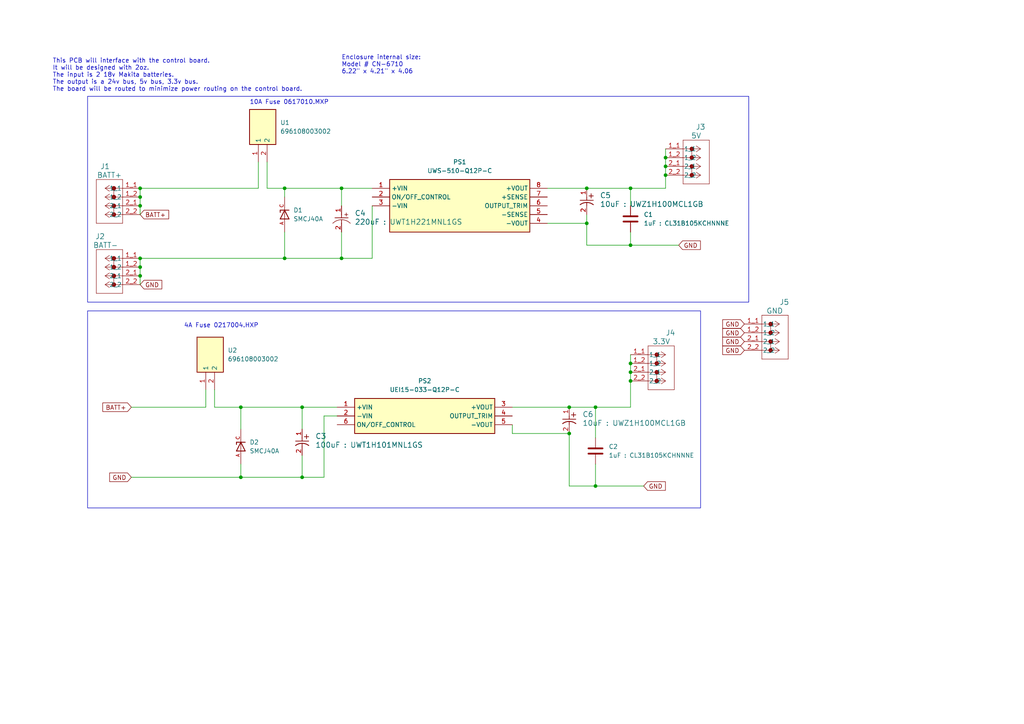
<source format=kicad_sch>
(kicad_sch (version 20230121) (generator eeschema)
  (paper "A4")
  (lib_symbols
    (symbol "2604-1102:2604-1102" (pin_names (offset 0.254))
      (property "Reference" "J" (at 8.89 6.35 0))
      (property "Value" "2604-1102" (at 0 0 0))
      (symbol "2604-1102_0_1"
        (polyline (pts (xy 5.08 -10.16) (xy 12.7 -10.16)) (stroke (width 0.127)))
        (polyline (pts (xy 5.08 2.54) (xy 5.08 -10.16)) (stroke (width 0.127)))
        (polyline (pts (xy 7.62 -5.08) (xy 7.62 -7.62)) (stroke (width 0.127)))
        (polyline (pts (xy 7.62 0) (xy 7.62 -2.54)) (stroke (width 0.127)))
        (polyline (pts (xy 10.16 -7.62) (xy 5.08 -7.62)) (stroke (width 0.127)))
        (polyline (pts (xy 10.16 -7.62) (xy 8.89 -8.4667)) (stroke (width 0.127)))
        (polyline (pts (xy 10.16 -7.62) (xy 8.89 -6.7733)) (stroke (width 0.127)))
        (polyline (pts (xy 10.16 -5.08) (xy 5.08 -5.08)) (stroke (width 0.127)))
        (polyline (pts (xy 10.16 -5.08) (xy 8.89 -5.9267)) (stroke (width 0.127)))
        (polyline (pts (xy 10.16 -5.08) (xy 8.89 -4.2333)) (stroke (width 0.127)))
        (polyline (pts (xy 10.16 -2.54) (xy 5.08 -2.54)) (stroke (width 0.127)))
        (polyline (pts (xy 10.16 -2.54) (xy 8.89 -3.3867)) (stroke (width 0.127)))
        (polyline (pts (xy 10.16 -2.54) (xy 8.89 -1.6933)) (stroke (width 0.127)))
        (polyline (pts (xy 10.16 0) (xy 5.08 0)) (stroke (width 0.127)))
        (polyline (pts (xy 10.16 0) (xy 8.89 -0.8467)) (stroke (width 0.127)))
        (polyline (pts (xy 10.16 0) (xy 8.89 0.8467)) (stroke (width 0.127)))
        (polyline (pts (xy 12.7 -10.16) (xy 12.7 2.54)) (stroke (width 0.127)))
        (polyline (pts (xy 12.7 2.54) (xy 5.08 2.54)) (stroke (width 0.127)))
        (circle (center 7.62 -7.62) (radius 0.127) (stroke (width 0.508)))
        (circle (center 7.62 -5.08) (radius 0.127) (stroke (width 0.508)))
        (circle (center 7.62 -2.54) (radius 0.127) (stroke (width 0.508)))
        (circle (center 7.62 0) (radius 0.127) (stroke (width 0.508)))
        (pin unspecified line (at 0 0 0) (length 5.08) (name "1_1") (number "1_1"))
        (pin unspecified line (at 0 -2.54 0) (length 5.08) (name "1_2") (number "1_2"))
        (pin unspecified line (at 0 -5.08 0) (length 5.08) (name "2_1") (number "2_1"))
        (pin unspecified line (at 0 -7.62 0) (length 5.08) (name "2_2") (number "2_2"))
      )
    )
    (symbol "696108003002:696108003002"
      (property "Reference" "U" (at 16.51 7.62 0))
      (property "Value" "696108003002" (at 16.51 5.08 0))
      (symbol "696108003002_1_1"
        (rectangle (start 5.08 2.54) (end 15.24 -5.08) (stroke (width 0.254)) (fill (type background)))
        (pin passive line (at 0 0 0) (length 5.08) (name "1") (number "1"))
        (pin passive line (at 0 -2.54 0) (length 5.08) (name "2") (number "2"))
      )
    )
    (symbol "Device:C" (pin_numbers hide) (pin_names (offset 0.254))
      (property "Reference" "C" (at 0.635 2.54 0))
      (property "Value" "C" (at 0.635 -2.54 0))
      (symbol "C_0_1"
        (polyline (pts (xy -2.032 -0.762) (xy 2.032 -0.762)) (stroke (width 0.508)))
        (polyline (pts (xy -2.032 0.762) (xy 2.032 0.762)) (stroke (width 0.508)))
      )
      (symbol "C_1_1"
        (pin passive line (at 0 3.81 270) (length 2.794) (name "~") (number "1"))
        (pin passive line (at 0 -3.81 90) (length 2.794) (name "~") (number "2"))
      )
    )
    (symbol "SMCJ40A:SMCJ40A" (pin_names (offset 1.016))
      (property "Reference" "D" (at -5.08 2.413 0))
      (property "Value" "SMCJ40A" (at -5.08 -4.953 0))
      (symbol "SMCJ40A_0_0"
        (polyline (pts (xy -1.27 -1.27) (xy -1.27 0)) (stroke (width 0.254)))
        (polyline (pts (xy -1.27 0) (xy -1.27 1.27)) (stroke (width 0.254)))
        (polyline (pts (xy -1.27 0) (xy 1.27 -1.27)) (stroke (width 0.254)))
        (polyline (pts (xy -0.635 -1.27) (xy -1.27 -1.27)) (stroke (width 0.254)))
        (polyline (pts (xy 1.27 -1.27) (xy 1.27 1.27)) (stroke (width 0.254)))
        (polyline (pts (xy 1.27 1.27) (xy -1.27 0)) (stroke (width 0.254)))
        (pin passive line (at 5.08 0 180) (length 5.08) (name "~") (number "A"))
        (pin passive line (at -5.08 0 0) (length 5.08) (name "~") (number "C"))
      )
    )
    (symbol "UEI15-033-Q12P-C:UEI15-033-Q12P-C"
      (property "Reference" "PS" (at 46.99 7.62 0))
      (property "Value" "UEI15-033-Q12P-C" (at 46.99 5.08 0))
      (symbol "UEI15-033-Q12P-C_1_1"
        (rectangle (start 5.08 2.54) (end 45.72 -7.62) (stroke (width 0.254)) (fill (type background)))
        (pin passive line (at 50.8 0 180) (length 5.08) (name "+VIN") (number "1"))
        (pin passive line (at 50.8 -2.54 180) (length 5.08) (name "-VIN") (number "2"))
        (pin passive line (at 0 0 0) (length 5.08) (name "+VOUT") (number "3"))
        (pin passive line (at 0 -2.54 0) (length 5.08) (name "OUTPUT_TRIM") (number "4"))
        (pin passive line (at 0 -5.08 0) (length 5.08) (name "-VOUT") (number "5"))
        (pin passive line (at 50.8 -5.08 180) (length 5.08) (name "ON/OFF_CONTROL") (number "6"))
      )
    )
    (symbol "UWS-510-Q12P-C:UWS-15_3-Q12P-C"
      (property "Reference" "PS" (at 46.99 7.62 0))
      (property "Value" "UWS-15_3-Q12P-C" (at 46.99 5.08 0))
      (symbol "UWS-15_3-Q12P-C_1_1"
        (rectangle (start 5.08 2.54) (end 45.72 -12.7) (stroke (width 0.254)) (fill (type background)))
        (pin passive line (at 0 0 0) (length 5.08) (name "+VIN") (number "1"))
        (pin passive line (at 0 -2.54 0) (length 5.08) (name "ON/OFF_CONTROL") (number "2"))
        (pin passive line (at 0 -5.08 0) (length 5.08) (name "-VIN") (number "3"))
        (pin passive line (at 50.8 -10.16 180) (length 5.08) (name "-VOUT") (number "4"))
        (pin passive line (at 50.8 -7.62 180) (length 5.08) (name "-SENSE") (number "5"))
        (pin passive line (at 50.8 -5.08 180) (length 5.08) (name "OUTPUT_TRIM") (number "6"))
        (pin passive line (at 50.8 -2.54 180) (length 5.08) (name "+SENSE") (number "7"))
        (pin passive line (at 50.8 0 180) (length 5.08) (name "+VOUT") (number "8"))
      )
    )
    (symbol "UWT1H101MNL1GS:UWT1H101MNL1GS" (pin_names (offset 0.254))
      (property "Reference" "C" (at 3.81 3.81 0))
      (property "Value" "UWT1H101MNL1GS" (at 3.81 -3.81 0))
      (symbol "UWT1H101MNL1GS_1_1"
        (polyline (pts (xy 1.5748 1.27) (xy 2.8448 1.27)) (stroke (width 0.2032)))
        (polyline (pts (xy 2.2098 0.635) (xy 2.2098 1.905)) (stroke (width 0.2032)))
        (polyline (pts (xy 2.54 0) (xy 3.4798 0)) (stroke (width 0.2032)))
        (polyline (pts (xy 3.4798 -1.905) (xy 3.4798 1.905)) (stroke (width 0.2032)))
        (polyline (pts (xy 4.1148 0) (xy 5.08 0)) (stroke (width 0.2032)))
        (arc (start 4.7541 1.9108) (mid 4.1148 0) (end 4.7541 -1.9108) (stroke (width 0.254)))
        (pin unspecified line (at 0 0 0) (length 2.54) (name "") (number "1"))
        (pin unspecified line (at 7.62 0 180) (length 2.54) (name "") (number "2"))
      )
      (symbol "UWT1H101MNL1GS_1_2"
        (polyline (pts (xy -1.905 -3.4798) (xy 1.905 -3.4798)) (stroke (width 0.2032)))
        (polyline (pts (xy 0 -4.1148) (xy 0 -5.08)) (stroke (width 0.2032)))
        (polyline (pts (xy 0 -2.54) (xy 0 -3.4798)) (stroke (width 0.2032)))
        (polyline (pts (xy 0.635 -2.2098) (xy 1.905 -2.2098)) (stroke (width 0.2032)))
        (polyline (pts (xy 1.27 -1.5748) (xy 1.27 -2.8448)) (stroke (width 0.2032)))
        (arc (start 1.9108 -4.7541) (mid 0 -4.1148) (end -1.9108 -4.7541) (stroke (width 0.254)))
        (pin unspecified line (at 0 -7.62 90) (length 2.54) (name "") (number "1"))
        (pin unspecified line (at 0 0 270) (length 2.54) (name "") (number "2"))
      )
    )
    (symbol "UWT1H221MNL1GS:UWT1H221MNL1GS" (pin_names (offset 0.254))
      (property "Reference" "C" (at 3.81 3.81 0))
      (property "Value" "UWT1H221MNL1GS" (at 3.81 -3.81 0))
      (symbol "UWT1H221MNL1GS_0_1"
        (arc (start 5.08 2.54) (mid 4.0305 0) (end 5.08 -2.54))
      )
      (symbol "UWT1H221MNL1GS_1_1"
        (polyline (pts (xy 2.54 0) (xy 3.4798 0)) (stroke (width 0.2032)))
        (polyline (pts (xy 3.4798 -1.905) (xy 3.4798 1.905)) (stroke (width 0.2032)))
        (polyline (pts (xy 4.1148 0) (xy 5.08 0)) (stroke (width 0.2032)))
        (text "+" (at 2.54 1.27 0) (effects (font (size 1.27 1.27))))
        (pin unspecified line (at 0 0 0) (length 2.54) (name "") (number "1"))
        (pin unspecified line (at 7.62 0 180) (length 2.54) (name "") (number "2"))
      )
      (symbol "UWT1H221MNL1GS_1_2"
        (polyline (pts (xy -1.905 -4.1148) (xy 1.905 -4.1148)) (stroke (width 0.2032)))
        (polyline (pts (xy -1.905 -3.4798) (xy 1.905 -3.4798)) (stroke (width 0.2032)))
        (polyline (pts (xy 0 -4.1148) (xy 0 -5.08)) (stroke (width 0.2032)))
        (polyline (pts (xy 0 -2.54) (xy 0 -3.4798)) (stroke (width 0.2032)))
        (pin unspecified line (at 0 0 270) (length 2.54) (name "") (number "1"))
        (pin unspecified line (at 0 -7.62 90) (length 2.54) (name "") (number "2"))
      )
    )
    (symbol "UWZ1H100MCL1GB:UWZ1H100MCL1GB" (pin_names (offset 0.254))
      (property "Reference" "C" (at 3.81 3.81 0))
      (property "Value" "UWZ1H100MCL1GB" (at 3.81 -3.81 0))
      (symbol "UWZ1H100MCL1GB_1_1"
        (polyline (pts (xy 1.5748 1.27) (xy 2.8448 1.27)) (stroke (width 0.2032)))
        (polyline (pts (xy 2.2098 0.635) (xy 2.2098 1.905)) (stroke (width 0.2032)))
        (polyline (pts (xy 2.54 0) (xy 3.4798 0)) (stroke (width 0.2032)))
        (polyline (pts (xy 3.4798 -1.905) (xy 3.4798 1.905)) (stroke (width 0.2032)))
        (polyline (pts (xy 4.1148 0) (xy 5.08 0)) (stroke (width 0.2032)))
        (arc (start 4.7541 1.9108) (mid 4.1148 0) (end 4.7541 -1.9108) (stroke (width 0.254)))
        (pin unspecified line (at 0 0 0) (length 2.54) (name "") (number "1"))
        (pin unspecified line (at 7.62 0 180) (length 2.54) (name "") (number "2"))
      )
      (symbol "UWZ1H100MCL1GB_1_2"
        (polyline (pts (xy -1.905 -3.4798) (xy 1.905 -3.4798)) (stroke (width 0.2032)))
        (polyline (pts (xy 0 -4.1148) (xy 0 -5.08)) (stroke (width 0.2032)))
        (polyline (pts (xy 0 -2.54) (xy 0 -3.4798)) (stroke (width 0.2032)))
        (polyline (pts (xy 0.635 -2.2098) (xy 1.905 -2.2098)) (stroke (width 0.2032)))
        (polyline (pts (xy 1.27 -1.5748) (xy 1.27 -2.8448)) (stroke (width 0.2032)))
        (arc (start 1.9108 -4.7541) (mid 0 -4.1148) (end -1.9108 -4.7541) (stroke (width 0.254)))
        (pin unspecified line (at 0 -7.62 90) (length 2.54) (name "") (number "1"))
        (pin unspecified line (at 0 0 270) (length 2.54) (name "") (number "2"))
      )
    )
  )
  (junction (at 193.04 48.26))
  (junction (at 40.64 77.47))
  (junction (at 193.04 50.8))
  (junction (at 40.64 74.93))
  (junction (at 182.88 107.95))
  (junction (at 99.06 54.61))
  (junction (at 182.88 110.49))
  (junction (at 165.1 118.11))
  (junction (at 172.72 140.97))
  (junction (at 165.1 125.73))
  (junction (at 69.85 118.11))
  (junction (at 82.55 74.93))
  (junction (at 40.64 80.01))
  (junction (at 40.64 59.69))
  (junction (at 182.88 71.12))
  (junction (at 87.63 118.11))
  (junction (at 69.85 138.43))
  (junction (at 193.04 45.72))
  (junction (at 172.72 118.11))
  (junction (at 82.55 54.61))
  (junction (at 182.88 105.41))
  (junction (at 170.18 54.61))
  (junction (at 99.06 74.93))
  (junction (at 182.88 54.61))
  (junction (at 40.64 54.61))
  (junction (at 40.64 57.15))
  (junction (at 87.63 138.43))
  (junction (at 170.18 64.77))
  (wire (pts (xy 170.18 71.12) (xy 170.18 64.77)))
  (wire (pts (xy 69.85 138.43) (xy 69.85 134.62)))
  (wire (pts (xy 158.75 54.61) (xy 170.18 54.61)))
  (wire (pts (xy 87.63 118.11) (xy 97.79 118.11)))
  (wire (pts (xy 148.59 125.73) (xy 148.59 123.19)))
  (wire (pts (xy 77.47 54.61) (xy 82.55 54.61)))
  (wire (pts (xy 99.06 54.61) (xy 107.95 54.61)))
  (wire (pts (xy 172.72 140.97) (xy 172.72 134.62)))
  (wire (pts (xy 97.79 120.65) (xy 93.98 120.65)))
  (wire (pts (xy 82.55 54.61) (xy 99.06 54.61)))
  (wire (pts (xy 40.64 59.69) (xy 40.64 62.23)))
  (wire (pts (xy 172.72 127) (xy 172.72 118.11)))
  (wire (pts (xy 69.85 118.11) (xy 87.63 118.11)))
  (wire (pts (xy 148.59 118.11) (xy 165.1 118.11)))
  (wire (pts (xy 165.1 140.97) (xy 165.1 125.73)))
  (wire (pts (xy 182.88 71.12) (xy 170.18 71.12)))
  (wire (pts (xy 38.1 118.11) (xy 59.69 118.11)))
  (wire (pts (xy 69.85 118.11) (xy 69.85 124.46)))
  (wire (pts (xy 193.04 54.61) (xy 182.88 54.61)))
  (wire (pts (xy 38.1 138.43) (xy 69.85 138.43)))
  (wire (pts (xy 87.63 132.08) (xy 87.63 138.43)))
  (wire (pts (xy 62.23 113.03) (xy 62.23 118.11)))
  (wire (pts (xy 182.88 107.95) (xy 182.88 110.49)))
  (wire (pts (xy 182.88 59.69) (xy 182.88 54.61)))
  (wire (pts (xy 93.98 120.65) (xy 93.98 138.43)))
  (wire (pts (xy 82.55 74.93) (xy 40.64 74.93)))
  (wire (pts (xy 196.85 71.12) (xy 182.88 71.12)))
  (wire (pts (xy 59.69 118.11) (xy 59.69 113.03)))
  (wire (pts (xy 193.04 45.72) (xy 193.04 48.26)))
  (wire (pts (xy 40.64 77.47) (xy 40.64 80.01)))
  (wire (pts (xy 172.72 140.97) (xy 165.1 140.97)))
  (wire (pts (xy 82.55 67.31) (xy 82.55 74.93)))
  (wire (pts (xy 193.04 50.8) (xy 193.04 54.61)))
  (wire (pts (xy 77.47 46.99) (xy 77.47 54.61)))
  (wire (pts (xy 82.55 54.61) (xy 82.55 57.15)))
  (wire (pts (xy 170.18 54.61) (xy 182.88 54.61)))
  (wire (pts (xy 74.93 46.99) (xy 74.93 54.61)))
  (wire (pts (xy 93.98 138.43) (xy 87.63 138.43)))
  (wire (pts (xy 193.04 48.26) (xy 193.04 50.8)))
  (wire (pts (xy 99.06 67.31) (xy 99.06 74.93)))
  (wire (pts (xy 62.23 118.11) (xy 69.85 118.11)))
  (wire (pts (xy 107.95 59.69) (xy 107.95 74.93)))
  (wire (pts (xy 182.88 105.41) (xy 182.88 107.95)))
  (wire (pts (xy 182.88 110.49) (xy 182.88 118.11)))
  (wire (pts (xy 172.72 118.11) (xy 165.1 118.11)))
  (wire (pts (xy 40.64 54.61) (xy 40.64 57.15)))
  (wire (pts (xy 87.63 138.43) (xy 69.85 138.43)))
  (wire (pts (xy 158.75 64.77) (xy 170.18 64.77)))
  (wire (pts (xy 40.64 57.15) (xy 40.64 59.69)))
  (wire (pts (xy 182.88 118.11) (xy 172.72 118.11)))
  (wire (pts (xy 182.88 102.87) (xy 182.88 105.41)))
  (wire (pts (xy 40.64 80.01) (xy 40.64 82.55)))
  (wire (pts (xy 87.63 118.11) (xy 87.63 124.46)))
  (wire (pts (xy 148.59 125.73) (xy 165.1 125.73)))
  (wire (pts (xy 74.93 54.61) (xy 40.64 54.61)))
  (wire (pts (xy 99.06 74.93) (xy 82.55 74.93)))
  (wire (pts (xy 107.95 74.93) (xy 99.06 74.93)))
  (wire (pts (xy 99.06 54.61) (xy 99.06 59.69)))
  (wire (pts (xy 193.04 43.18) (xy 193.04 45.72)))
  (wire (pts (xy 170.18 64.77) (xy 170.18 62.23)))
  (wire (pts (xy 182.88 71.12) (xy 182.88 67.31)))
  (wire (pts (xy 172.72 140.97) (xy 186.69 140.97)))
  (wire (pts (xy 40.64 74.93) (xy 40.64 77.47)))
  (rectangle (start 25.4 90.17) (end 203.2 147.32))
  (rectangle (start 25.4 27.94) (end 217.17 87.63))
  (text "Enclosure internal size:\nModel # CN-6710\n6.22\" x 4.21\" x 4.06" (at 99.06 21.59 0) (effects (font (size 1.27 1.27)) (justify left bottom)))
  (text "4A Fuse 0217004.HXP" (at 53.34 95.25 0) (effects (font (size 1.27 1.27)) (justify left bottom)))
  (text "This PCB will interface with the control board. \nIt will be designed with 2oz. \nThe input is 2 18v Makita batteries. \nThe output is a 24v bus, 5v bus, 3.3v bus.\nThe board will be routed to minimize power routing on the control board." (at 15.24 26.67 0) (effects (font (size 1.27 1.27)) (justify left bottom)))
  (text "10A Fuse 0617010.MXP" (at 72.39 30.48 0) (effects (font (size 1.27 1.27)) (justify left bottom)))
  (global_label "GND" (shape input) (at 215.9 101.6 180) (property "Intersheetrefs" "${INTERSHEET_REFS}" (effects hide)))
  (global_label "GND" (shape input) (at 186.69 140.97 0) (property "Intersheetrefs" "${INTERSHEET_REFS}" (effects hide)))
  (global_label "GND" (shape input) (at 215.9 96.52 180) (property "Intersheetrefs" "${INTERSHEET_REFS}" (effects hide)))
  (global_label "BATT+" (shape input) (at 40.64 62.23 0) (property "Intersheetrefs" "${INTERSHEET_REFS}" (effects hide)))
  (global_label "GND" (shape input) (at 40.64 82.55 0) (property "Intersheetrefs" "${INTERSHEET_REFS}" (effects hide)))
  (global_label "GND" (shape input) (at 196.85 71.12 0) (property "Intersheetrefs" "${INTERSHEET_REFS}" (effects hide)))
  (global_label "GND" (shape input) (at 38.1 138.43 180) (property "Intersheetrefs" "${INTERSHEET_REFS}" (effects hide)))
  (global_label "BATT+" (shape input) (at 38.1 118.11 180) (property "Intersheetrefs" "${INTERSHEET_REFS}" (effects hide)))
  (global_label "GND" (shape input) (at 215.9 93.98 180) (property "Intersheetrefs" "${INTERSHEET_REFS}" (effects hide)))
  (global_label "GND" (shape input) (at 215.9 99.06 180) (property "Intersheetrefs" "${INTERSHEET_REFS}" (effects hide)))
  (symbol (lib_id "2604-1102:2604-1102") (at 40.64 74.93 0) (mirror y) (unit 1)
    (property "Reference" "J2" (at 30.48 68.58 0) (effects (font (size 1.524 1.524)) (justify left)))
    (property "Value" "BATT-" (at 34.29 71.12 0) (effects (font (size 1.524 1.524)) (justify left)))
    (property "Footprint" "2604-1102:2604-1102" (effects hide))
    (property "Datasheet" "2604-1102" (effects hide))
    (property "Part Number" "2604-1102" (effects hide))
  )
  (symbol (lib_id "Device:C") (at 172.72 130.81 0) (unit 1)
    (property "Reference" "C2" (at 176.53 129.54 0) (effects (justify left)))
    (property "Value" "1uF : CL31B105KCHNNNE" (at 176.53 132.08 0) (effects (justify left)))
    (property "Footprint" "Capacitor_SMD:C_1206_3216Metric_Pad1.33x1.80mm_HandSolder" (effects hide))
    (property "Part Number" "CL31B105KCHNNNE" (effects hide))
  )
  (symbol (lib_id "2604-1102:2604-1102") (at 215.9 93.98 0) (unit 1)
    (property "Reference" "J5" (at 226.06 87.63 0) (effects (font (size 1.524 1.524)) (justify left)))
    (property "Value" "GND" (at 222.25 90.17 0) (effects (font (size 1.524 1.524)) (justify left)))
    (property "Footprint" "2604-1102:2604-1102" (effects hide))
    (property "Datasheet" "2604-1102" (effects hide))
    (property "Part Number" "2604-1102" (effects hide))
  )
  (symbol (lib_id "2604-1102:2604-1102") (at 40.64 54.61 0) (mirror y) (unit 1)
    (property "Reference" "J1" (at 30.48 48.26 0) (effects (font (size 1.524 1.524))))
    (property "Value" "BATT+" (at 31.75 50.8 0) (effects (font (size 1.524 1.524))))
    (property "Footprint" "2604-1102:2604-1102" (effects hide))
    (property "Datasheet" "2604-1102" (effects hide))
    (property "Part Number" "2604-1102" (effects hide))
  )
  (symbol (lib_id "696108003002:696108003002") (at 74.93 46.99 90) (unit 1)
    (property "Reference" "U1" (at 81.28 35.56 90) (effects (justify right)))
    (property "Value" "696108003002" (at 81.28 38.1 90) (effects (justify right)))
    (property "Footprint" "696108003002:WR-FSH_THT_2" (effects hide))
    (property "Datasheet" "http://katalog.we-online.de/em/datasheet/696108003002.pdf" (effects hide))
    (property "Mouser Part Number" "710-696108003002" (effects hide))
    (property "Mouser Price/Stock" "https://www.mouser.co.uk/ProductDetail/Wurth-Elektronik/696108003002?qs=%252BEew9%252B0nqrCCQeoUrFurBg%3D%3D" (effects hide))
    (property "Manufacturer_Name" "Wurth Elektronik" (effects hide))
    (property "Manufacturer_Part_Number" "696108003002" (effects hide))
  )
  (symbol (lib_id "2604-1102:2604-1102") (at 182.88 102.87 0) (unit 1)
    (property "Reference" "J4" (at 193.04 96.52 0) (effects (font (size 1.524 1.524)) (justify left)))
    (property "Value" "3.3V" (at 189.23 99.06 0) (effects (font (size 1.524 1.524)) (justify left)))
    (property "Footprint" "2604-1102:2604-1102" (effects hide))
    (property "Datasheet" "2604-1102" (effects hide))
    (property "Part Number" "2604-1102" (effects hide))
  )
  (symbol (lib_id "Device:C") (at 182.88 63.5 0) (unit 1)
    (property "Reference" "C1" (at 186.69 62.23 0) (effects (justify left)))
    (property "Value" "1uF : CL31B105KCHNNNE" (at 186.69 64.77 0) (effects (justify left)))
    (property "Footprint" "Capacitor_SMD:C_1206_3216Metric_Pad1.33x1.80mm_HandSolder" (effects hide))
    (property "Part Number" "CL31B105KCHNNNE" (effects hide))
  )
  (symbol (lib_id "UWT1H221MNL1GS:UWT1H221MNL1GS") (at 99.06 59.69 270) (unit 1)
    (property "Reference" "C4" (at 102.87 61.8321 90) (effects (font (size 1.524 1.524)) (justify left)))
    (property "Value" "220uF : UWT1H221MNL1GS" (at 102.87 64.3721 90) (effects (font (size 1.524 1.524)) (justify left)))
    (property "Footprint" "U2-R_NCH" (effects hide))
    (property "Datasheet" "UWT1H221MNL1GS" (effects hide))
  )
  (symbol (lib_id "UWT1H101MNL1GS:UWT1H101MNL1GS") (at 87.63 124.46 270) (unit 1)
    (property "Reference" "C3" (at 91.44 126.5174 90) (effects (font (size 1.524 1.524)) (justify left)))
    (property "Value" "100uF : UWT1H101MNL1GS" (at 91.44 129.0574 90) (effects (font (size 1.524 1.524)) (justify left)))
    (property "Footprint" "UWT1H101MNL1GS:PCAP_8x10-ELECT_NCA" (effects hide))
    (property "Datasheet" "UWT1H101MNL1GS" (effects hide))
  )
  (symbol (lib_id "696108003002:696108003002") (at 59.69 113.03 90) (unit 1)
    (property "Reference" "U2" (at 66.04 101.6 90) (effects (justify right)))
    (property "Value" "696108003002" (at 66.04 104.14 90) (effects (justify right)))
    (property "Footprint" "696108003002:WR-FSH_THT_2" (effects hide))
    (property "Datasheet" "http://katalog.we-online.de/em/datasheet/696108003002.pdf" (effects hide))
    (property "Mouser Part Number" "710-696108003002" (effects hide))
    (property "Mouser Price/Stock" "https://www.mouser.co.uk/ProductDetail/Wurth-Elektronik/696108003002?qs=%252BEew9%252B0nqrCCQeoUrFurBg%3D%3D" (effects hide))
    (property "Manufacturer_Name" "Wurth Elektronik" (effects hide))
    (property "Manufacturer_Part_Number" "696108003002" (effects hide))
  )
  (symbol (lib_id "UWZ1H100MCL1GB:UWZ1H100MCL1GB") (at 165.1 118.11 270) (unit 1)
    (property "Reference" "C6" (at 168.91 120.1674 90) (effects (font (size 1.524 1.524)) (justify left)))
    (property "Value" "10uF : UWZ1H100MCL1GB" (at 168.91 122.7074 90) (effects (font (size 1.524 1.524)) (justify left)))
    (property "Footprint" "PCAP_6.3x5.4-ELECT_NCA" (effects hide))
    (property "Datasheet" "UWZ1H100MCL1GB" (effects hide))
  )
  (symbol (lib_id "UEI15-033-Q12P-C:UEI15-033-Q12P-C") (at 148.59 118.11 0) (mirror y) (unit 1)
    (property "Reference" "PS2" (at 123.19 110.49 0))
    (property "Value" "UEI15-033-Q12P-C" (at 123.19 113.03 0))
    (property "Footprint" "UEI15-033-Q12P-C:UEI15033Q12PC" (effects hide))
    (property "Datasheet" "https://power.murata.com/data/power/mdc_uei-15w.pdf" (effects hide))
    (property "Height" "9.2" (effects hide))
    (property "Mouser Part Number" "580-UEI15-033-Q12P-C" (effects hide))
    (property "Mouser Price/Stock" "https://www.mouser.co.uk/ProductDetail/Murata-Power-Solutions/UEI15-033-Q12P-C?qs=vkg2aSRn9IqPFEOBvVDmVQ%3D%3D" (effects hide))
    (property "Manufacturer_Name" "Murata Electronics" (effects hide))
    (property "Manufacturer_Part_Number" "UEI15-033-Q12P-C" (effects hide))
  )
  (symbol (lib_id "2604-1102:2604-1102") (at 193.04 43.18 0) (unit 1)
    (property "Reference" "J3" (at 203.2 36.83 0) (effects (font (size 1.524 1.524))))
    (property "Value" "5V" (at 201.93 39.37 0) (effects (font (size 1.524 1.524))))
    (property "Footprint" "2604-1102:2604-1102" (effects hide))
    (property "Datasheet" "2604-1102" (effects hide))
    (property "Part Number" "2604-1102" (effects hide))
  )
  (symbol (lib_id "SMCJ40A:SMCJ40A") (at 82.55 62.23 270) (unit 1)
    (property "Reference" "D1" (at 85.09 60.96 90) (effects (justify left)))
    (property "Value" "SMCJ40A" (at 85.09 63.5 90) (effects (justify left)))
    (property "Footprint" "SMCJ40A:DIOM7959X262N" (effects hide))
    (property "PARTREV" "11/20/15" (effects hide))
    (property "STANDARD" "IPC-7351B" (effects hide))
    (property "MAXIMUM_PACKAGE_HEIGHT" "2.62mm" (effects hide))
    (property "MANUFACTURER" "LittelFuse" (effects hide))
  )
  (symbol (lib_id "UWS-510-Q12P-C:UWS-15_3-Q12P-C") (at 107.95 54.61 0) (unit 1)
    (property "Reference" "PS1" (at 133.35 46.99 0))
    (property "Value" "UWS-510-Q12P-C" (at 133.35 49.53 0))
    (property "Footprint" "UWS-510-Q12P-C:UWS-510-Q12P-C" (effects hide))
    (property "Datasheet" "https://componentsearchengine.com/Datasheets/1/UWS-15_3-Q12P-C.pdf" (effects hide))
    (property "Height" "9.1" (effects hide))
    (property "Mouser Part Number" "580-UWS-15/3-Q12P-C" (effects hide))
    (property "Mouser Price/Stock" "https://www.mouser.co.uk/ProductDetail/Murata-Power-Solutions/UWS-15-3-Q12P-C?qs=XeJtXLiO41RZdoTc3dOuwg%3D%3D" (effects hide))
    (property "Manufacturer_Name" "Murata Electronics" (effects hide))
    (property "Manufacturer_Part_Number" "UWS-15/3-Q12P-C" (effects hide))
  )
  (symbol (lib_id "SMCJ40A:SMCJ40A") (at 69.85 129.54 270) (unit 1)
    (property "Reference" "D2" (at 72.39 128.27 90) (effects (justify left)))
    (property "Value" "SMCJ40A" (at 72.39 130.81 90) (effects (justify left)))
    (property "Footprint" "SMCJ40A:DIOM7959X262N" (effects hide))
    (property "PARTREV" "11/20/15" (effects hide))
    (property "STANDARD" "IPC-7351B" (effects hide))
    (property "MAXIMUM_PACKAGE_HEIGHT" "2.62mm" (effects hide))
    (property "MANUFACTURER" "LittelFuse" (effects hide))
  )
  (symbol (lib_id "UWZ1H100MCL1GB:UWZ1H100MCL1GB") (at 170.18 54.61 270) (unit 1)
    (property "Reference" "C5" (at 173.99 56.6674 90) (effects (font (size 1.524 1.524)) (justify left)))
    (property "Value" "10uF : UWZ1H100MCL1GB" (at 173.99 59.2074 90) (effects (font (size 1.524 1.524)) (justify left)))
    (property "Footprint" "PCAP_6.3x5.4-ELECT_NCA" (effects hide))
    (property "Datasheet" "UWZ1H100MCL1GB" (effects hide))
  )
)
</source>
